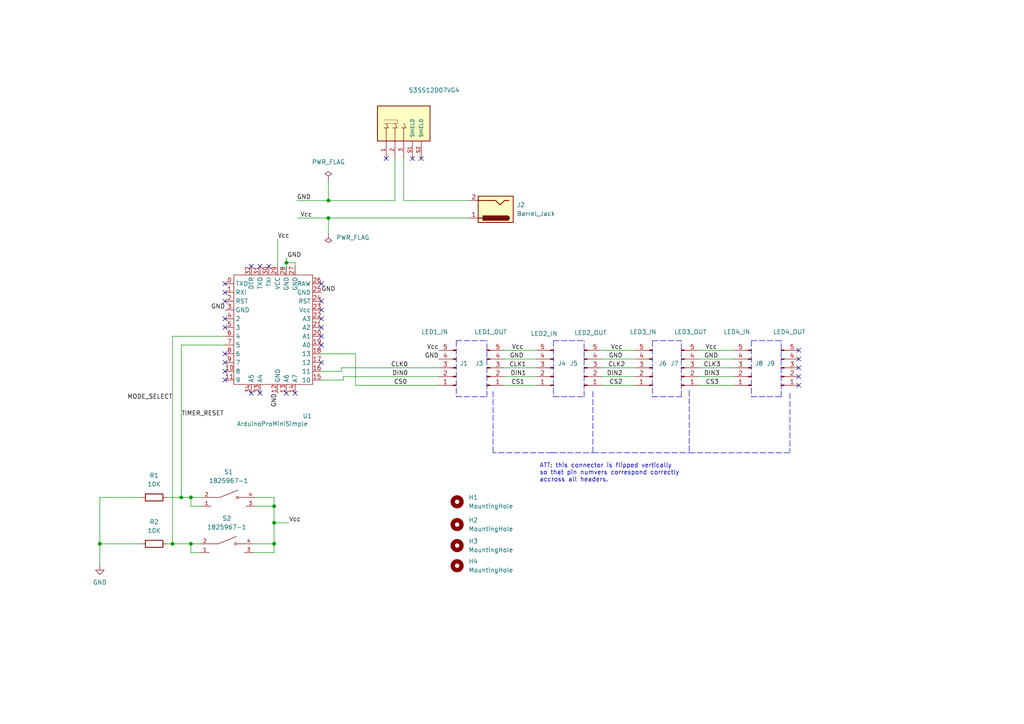
<source format=kicad_sch>
(kicad_sch (version 20210621) (generator eeschema)
  (paper "A4")
  (title_block (title "A 4x8x8 LED Matrix Display Clock") (date "2021-07-14") (rev "${design_version}"))
  (lib_symbols
    (symbol "ArduinoProMiniSimple:ArduinoProMiniSimple"
      (property "Reference" "U" (at 0 13.97 0))
      (property "Value" "ArduinoProMiniSimple" (at 0 16.51 0))
      (symbol "ArduinoProMiniSimple_0_1"
        (rectangle (start -12.7 8.89) (end 19.05 -13.97) (stroke (width 0.1524)))
      )
      (symbol "ArduinoProMiniSimple_1_1"
        (pin output line (at 16.51 11.43 270) (length 2.54) (name "TXO") (number "0"))
        (pin input line (at 13.97 11.43 270) (length 2.54) (name "RXI") (number "1"))
        (pin bidirectional line (at -8.89 11.43 270) (length 2.54) (name "8") (number "10"))
        (pin bidirectional line (at -11.43 11.43 270) (length 2.54) (name "9") (number "11"))
        (pin power_in line (at -15.24 -3.81 0) (length 2.54) (name "GND") (number "12"))
        (pin bidirectional line (at -15.24 -6.35 0) (length 2.54) (name "A6") (number "13"))
        (pin bidirectional line (at -15.24 -8.89 0) (length 2.54) (name "A7") (number "14"))
        (pin bidirectional line (at -11.43 -16.51 90) (length 2.54) (name "10") (number "15"))
        (pin bidirectional line (at -8.89 -16.51 90) (length 2.54) (name "11") (number "16"))
        (pin bidirectional line (at -6.35 -16.51 90) (length 2.54) (name "12") (number "17"))
        (pin bidirectional line (at -3.81 -16.51 90) (length 2.54) (name "13") (number "18"))
        (pin bidirectional line (at -1.27 -16.51 90) (length 2.54) (name "A0") (number "19"))
        (pin passive line (at 11.43 11.43 270) (length 2.54) (name "RST") (number "2"))
        (pin bidirectional line (at 1.27 -16.51 90) (length 2.54) (name "A1") (number "20"))
        (pin bidirectional line (at 3.81 -16.51 90) (length 2.54) (name "A2") (number "21"))
        (pin bidirectional line (at 6.35 -16.51 90) (length 2.54) (name "A3") (number "22"))
        (pin power_in line (at 8.89 -16.51 90) (length 2.54) (name "Vcc") (number "23"))
        (pin passive line (at 11.43 -16.51 90) (length 2.54) (name "RST") (number "24"))
        (pin power_in line (at 13.97 -16.51 90) (length 2.54) (name "GND") (number "25"))
        (pin power_in line (at 16.51 -16.51 90) (length 2.54) (name "RAW") (number "26"))
        (pin input line (at 21.59 -8.89 180) (length 2.54) (name "GND") (number "27"))
        (pin power_in line (at 21.59 -6.35 180) (length 2.54) (name "GND") (number "28"))
        (pin power_in line (at 21.59 -3.81 180) (length 2.54) (name "VCC") (number "29"))
        (pin power_in line (at 8.89 11.43 270) (length 2.54) (name "GND") (number "3"))
        (pin input line (at 21.59 -1.27 180) (length 2.54) (name "TXI") (number "30"))
        (pin output line (at 21.59 1.27 180) (length 2.54) (name "TXO") (number "31"))
        (pin passive line (at 21.59 3.81 180) (length 2.54) (name "DTR") (number "32"))
        (pin bidirectional line (at -15.24 1.27 0) (length 2.54) (name "A4") (number "33"))
        (pin bidirectional line (at -15.24 3.81 0) (length 2.54) (name "A5") (number "34"))
        (pin bidirectional line (at 6.35 11.43 270) (length 2.54) (name "2") (number "4"))
        (pin bidirectional line (at 3.81 11.43 270) (length 2.54) (name "3") (number "5"))
        (pin bidirectional line (at 1.27 11.43 270) (length 2.54) (name "4") (number "6"))
        (pin bidirectional line (at -1.27 11.43 270) (length 2.54) (name "5") (number "7"))
        (pin bidirectional line (at -3.81 11.43 270) (length 2.54) (name "6") (number "8"))
        (pin bidirectional line (at -6.35 11.43 270) (length 2.54) (name "7") (number "9"))
      )
    )
    (symbol "Connector:Barrel_Jack" (pin_names (offset 1.016))
      (property "Reference" "J" (at 0 5.334 0))
      (property "Value" "Barrel_Jack" (at 0 -5.08 0))
      (symbol "Barrel_Jack_0_1"
        (arc (start -3.302 3.175) (end -3.302 1.905) (radius (at -3.302 2.54) (length 0.635) (angles 90.1 -90.1)) (stroke (width 0.254)))
        (arc (start -3.302 3.175) (end -3.302 1.905) (radius (at -3.302 2.54) (length 0.635) (angles 90.1 -90.1)) (stroke (width 0.254)) (fill (type outline)))
        (rectangle (start 3.683 3.175) (end -3.302 1.905) (stroke (width 0.254)) (fill (type outline)))
        (rectangle (start -5.08 3.81) (end 5.08 -3.81) (stroke (width 0.254)) (fill (type background)))
        (polyline (pts (xy 5.08 2.54) (xy 3.81 2.54)) (stroke (width 0.254)))
        (polyline (pts (xy -3.81 -2.54) (xy -2.54 -2.54) (xy -1.27 -1.27) (xy 0 -2.54) (xy 2.54 -2.54) (xy 5.08 -2.54)) (stroke (width 0.254)))
      )
      (symbol "Barrel_Jack_1_1"
        (pin passive line (at 7.62 2.54 180) (length 2.54) (name "~") (number "1"))
        (pin passive line (at 7.62 -2.54 180) (length 2.54) (name "~") (number "2"))
      )
    )
    (symbol "Connector:Conn_01x05_Male" (pin_names (offset 1.016) hide)
      (property "Reference" "J" (at 0 7.62 0))
      (property "Value" "Conn_01x05_Male" (at 0 -7.62 0))
      (symbol "Conn_01x05_Male_1_1"
        (rectangle (start 0.8636 -4.953) (end 0 -5.207) (stroke (width 0.1524)) (fill (type outline)))
        (rectangle (start 0.8636 -2.413) (end 0 -2.667) (stroke (width 0.1524)) (fill (type outline)))
        (rectangle (start 0.8636 0.127) (end 0 -0.127) (stroke (width 0.1524)) (fill (type outline)))
        (rectangle (start 0.8636 2.667) (end 0 2.413) (stroke (width 0.1524)) (fill (type outline)))
        (rectangle (start 0.8636 5.207) (end 0 4.953) (stroke (width 0.1524)) (fill (type outline)))
        (polyline (pts (xy 1.27 -5.08) (xy 0.8636 -5.08)) (stroke (width 0.1524)))
        (polyline (pts (xy 1.27 -2.54) (xy 0.8636 -2.54)) (stroke (width 0.1524)))
        (polyline (pts (xy 1.27 0) (xy 0.8636 0)) (stroke (width 0.1524)))
        (polyline (pts (xy 1.27 2.54) (xy 0.8636 2.54)) (stroke (width 0.1524)))
        (polyline (pts (xy 1.27 5.08) (xy 0.8636 5.08)) (stroke (width 0.1524)))
        (pin passive line (at 5.08 5.08 180) (length 3.81) (name "Pin_1") (number "1"))
        (pin passive line (at 5.08 2.54 180) (length 3.81) (name "Pin_2") (number "2"))
        (pin passive line (at 5.08 0 180) (length 3.81) (name "Pin_3") (number "3"))
        (pin passive line (at 5.08 -2.54 180) (length 3.81) (name "Pin_4") (number "4"))
        (pin passive line (at 5.08 -5.08 180) (length 3.81) (name "Pin_5") (number "5"))
      )
    )
    (symbol "Device:R" (pin_numbers hide) (pin_names (offset 0))
      (property "Reference" "R" (at 2.032 0 90))
      (property "Value" "R" (at 0 0 90))
      (symbol "R_0_1"
        (rectangle (start -1.016 -2.54) (end 1.016 2.54) (stroke (width 0.254)))
      )
      (symbol "R_1_1"
        (pin passive line (at 0 3.81 270) (length 1.27) (name "~") (number "1"))
        (pin passive line (at 0 -3.81 90) (length 1.27) (name "~") (number "2"))
      )
    )
    (symbol "Mechanical:MountingHole" (pin_names (offset 1.016))
      (property "Reference" "H" (at 0 5.08 0))
      (property "Value" "MountingHole" (at 0 3.175 0))
      (symbol "MountingHole_0_1"
        (circle (center 0 0) (radius 1.27) (stroke (width 1.27)))
      )
    )
    (symbol "SS12D07VG4:SS12D07VG4" (pin_names (offset 1.016))
      (property "Reference" "S3" (at 9.652 -1.3969 90))
      (property "Value" "SS12D07VG4" (at 9.652 -3.9369 90))
      (symbol "SS12D07VG4_0_0"
        (rectangle (start -5.08 -7.62) (end 5.08 7.62) (stroke (width 0.254)) (fill (type background)))
        (polyline (pts (xy -5.08 0) (xy -1.27 0)) (stroke (width 0.1524)))
        (polyline (pts (xy -5.08 2.54) (xy -1.27 2.54)) (stroke (width 0.1524)))
        (polyline (pts (xy -5.08 5.08) (xy -1.27 5.08)) (stroke (width 0.1524)))
        (polyline (pts (xy -1.27 0.635) (xy -1.27 -0.635) (xy 0 0)) (stroke (width 0.1524)) (fill (type background)))
        (polyline (pts (xy -1.27 3.175) (xy -1.27 1.905) (xy 0 2.54)) (stroke (width 0.1524)) (fill (type background)))
        (polyline (pts (xy -1.27 5.715) (xy -1.27 4.445) (xy 0 5.08)) (stroke (width 0.1524)) (fill (type background)))
        (polyline (pts (xy 0 5.842) (xy 0 1.778) (xy 1.016 1.778) (xy 1.016 5.842)) (stroke (width 0.0254)) (fill (type background)))
        (pin passive line (at -10.16 5.08 0) (length 5.08) (name "~") (number "1"))
        (pin passive line (at -10.16 2.54 0) (length 5.08) (name "~") (number "2"))
        (pin passive line (at -10.16 0 0) (length 5.08) (name "~") (number "3"))
        (pin passive line (at -10.16 -2.54 0) (length 5.08) (name "SHIELD") (number "S1"))
        (pin passive line (at -10.16 -5.08 0) (length 5.08) (name "SHIELD") (number "S2"))
      )
    )
    (symbol "Switch Tactile OFF (ON) SPST Round Button:1825967-1_1" (pin_names (offset 1.016) hide)
      (property "Reference" "S1" (at 0 7.366 0))
      (property "Value" "1825967-1" (at 0 4.826 0))
      (symbol "1825967-1_1_0_0"
        (circle (center 2.54 0) (radius 0.3302) (stroke (width 0.1524)))
        (polyline (pts (xy -2.54 0) (xy -5.08 0)) (stroke (width 0.1524)))
        (polyline (pts (xy -2.54 0) (xy 2.794 2.1336)) (stroke (width 0.1524)))
        (polyline (pts (xy 5.08 0) (xy 2.921 0)) (stroke (width 0.1524)))
        (pin passive line (at -7.62 -2.54 0) (length 2.54) (name "~") (number "1"))
        (pin passive line (at -7.62 0 0) (length 2.54) (name "~") (number "2"))
        (pin passive line (at 7.62 -2.54 180) (length 2.54) (name "~") (number "3"))
        (pin passive line (at 7.62 0 180) (length 2.54) (name "~") (number "4"))
      )
    )
    (symbol "power:GND" (power) (pin_names (offset 0))
      (property "Value" "GND" (at 0 -3.81 0))
      (symbol "GND_0_1"
        (polyline (pts (xy 0 0) (xy 0 -1.27) (xy 1.27 -1.27) (xy 0 -2.54) (xy -1.27 -1.27) (xy 0 -1.27)))
      )
      (symbol "GND_1_1"
        (pin power_in line (at 0 0 270) (length 0) hide (name "GND") (number "1"))
      )
    )
    (symbol "power:PWR_FLAG" (power) (pin_numbers hide) (pin_names (offset 0) hide)
      (property "Value" "PWR_FLAG" (at 0 3.81 0))
      (symbol "PWR_FLAG_0_0"
        (pin power_out line (at 0 0 90) (length 0) (name "pwr") (number "1"))
      )
      (symbol "PWR_FLAG_0_1"
        (polyline (pts (xy 0 0) (xy 0 1.27) (xy -1.016 1.905) (xy 0 2.54) (xy 1.016 1.905) (xy 0 1.27)))
      )
    )
  )
  (junction (at 28.956 157.734) (diameter 0.9144))
  (junction (at 50.038 157.734) (diameter 0.9144))
  (junction (at 52.578 144.272) (diameter 0.9144))
  (junction (at 55.372 144.272) (diameter 0.9144))
  (junction (at 55.372 157.734) (diameter 0.9144))
  (junction (at 79.502 146.812) (diameter 0.9144))
  (junction (at 79.502 151.638) (diameter 0.9144))
  (junction (at 79.502 157.734) (diameter 0.9144))
  (junction (at 83.058 76.2) (diameter 0.9144))
  (junction (at 95.25 58.166) (diameter 0.9144))
  (junction (at 95.25 63.246) (diameter 0.9144))
  (no_connect (at 65.278 82.296))
  (no_connect (at 65.278 84.836))
  (no_connect (at 65.278 87.376))
  (no_connect (at 65.278 92.456))
  (no_connect (at 65.278 94.996))
  (no_connect (at 65.278 102.616))
  (no_connect (at 65.278 105.156))
  (no_connect (at 65.278 107.696))
  (no_connect (at 65.278 110.236))
  (no_connect (at 72.898 77.216))
  (no_connect (at 72.898 114.046))
  (no_connect (at 75.438 77.216))
  (no_connect (at 75.438 114.046))
  (no_connect (at 77.978 77.216))
  (no_connect (at 83.058 114.046))
  (no_connect (at 85.598 114.046))
  (no_connect (at 93.218 82.296))
  (no_connect (at 93.218 87.376))
  (no_connect (at 93.218 89.916))
  (no_connect (at 93.218 92.456))
  (no_connect (at 93.218 94.996))
  (no_connect (at 93.218 97.536))
  (no_connect (at 93.218 100.076))
  (no_connect (at 93.218 105.156))
  (no_connect (at 112.014 45.974))
  (no_connect (at 119.634 45.974))
  (no_connect (at 122.174 45.974))
  (no_connect (at 231.648 101.6))
  (no_connect (at 231.648 104.14))
  (no_connect (at 231.648 106.68))
  (no_connect (at 231.648 109.22))
  (no_connect (at 231.648 111.76))
  (wire (pts (xy 28.956 144.272) (xy 28.956 157.734)))
  (wire (pts (xy 28.956 157.734) (xy 28.956 164.084)))
  (wire (pts (xy 40.894 144.272) (xy 28.956 144.272)))
  (wire (pts (xy 40.894 157.734) (xy 28.956 157.734)))
  (wire (pts (xy 48.514 144.272) (xy 52.578 144.272)))
  (wire (pts (xy 48.514 157.734) (xy 50.038 157.734)))
  (wire (pts (xy 50.038 97.536) (xy 50.038 157.734)))
  (wire (pts (xy 50.038 157.734) (xy 55.372 157.734)))
  (wire (pts (xy 52.578 100.076) (xy 52.578 144.272)))
  (wire (pts (xy 52.578 144.272) (xy 55.372 144.272)))
  (wire (pts (xy 55.372 144.272) (xy 55.372 146.812)))
  (wire (pts (xy 55.372 144.272) (xy 58.674 144.272)))
  (wire (pts (xy 55.372 157.734) (xy 55.372 160.274)))
  (wire (pts (xy 55.372 157.734) (xy 58.166 157.734)))
  (wire (pts (xy 58.166 160.274) (xy 55.372 160.274)))
  (wire (pts (xy 58.674 146.812) (xy 55.372 146.812)))
  (wire (pts (xy 65.278 97.536) (xy 50.038 97.536)))
  (wire (pts (xy 65.278 100.076) (xy 52.578 100.076)))
  (wire (pts (xy 73.406 157.734) (xy 79.502 157.734)))
  (wire (pts (xy 73.406 160.274) (xy 79.502 160.274)))
  (wire (pts (xy 73.914 144.272) (xy 79.502 144.272)))
  (wire (pts (xy 73.914 146.812) (xy 79.502 146.812)))
  (wire (pts (xy 79.502 144.272) (xy 79.502 146.812)))
  (wire (pts (xy 79.502 146.812) (xy 79.502 151.638)))
  (wire (pts (xy 79.502 151.638) (xy 79.502 157.734)))
  (wire (pts (xy 79.502 151.638) (xy 83.82 151.638)))
  (wire (pts (xy 79.502 157.734) (xy 79.502 160.274)))
  (wire (pts (xy 80.518 69.342) (xy 80.518 77.216)))
  (wire (pts (xy 83.058 74.93) (xy 83.312 74.93)))
  (wire (pts (xy 83.058 76.2) (xy 83.058 74.93)))
  (wire (pts (xy 83.058 77.216) (xy 83.058 76.2)))
  (wire (pts (xy 85.598 76.2) (xy 83.058 76.2)))
  (wire (pts (xy 85.598 77.216) (xy 85.598 76.2)))
  (wire (pts (xy 86.106 58.166) (xy 95.25 58.166)))
  (wire (pts (xy 95.25 52.324) (xy 95.25 58.166)))
  (wire (pts (xy 95.25 58.166) (xy 114.554 58.166)))
  (wire (pts (xy 95.25 63.246) (xy 86.36 63.246)))
  (wire (pts (xy 95.25 63.246) (xy 95.25 67.818)))
  (wire (pts (xy 99.06 106.68) (xy 99.06 107.696)))
  (wire (pts (xy 99.06 107.696) (xy 93.218 107.696)))
  (wire (pts (xy 99.568 109.22) (xy 99.568 110.236)))
  (wire (pts (xy 99.568 110.236) (xy 93.218 110.236)))
  (wire (pts (xy 103.124 102.616) (xy 93.218 102.616)))
  (wire (pts (xy 103.124 111.76) (xy 103.124 102.616)))
  (wire (pts (xy 114.554 45.974) (xy 114.554 58.166)))
  (wire (pts (xy 117.094 45.974) (xy 117.094 58.166)))
  (wire (pts (xy 117.094 58.166) (xy 136.144 58.166)))
  (wire (pts (xy 127.254 106.68) (xy 99.06 106.68)))
  (wire (pts (xy 127.254 109.22) (xy 99.568 109.22)))
  (wire (pts (xy 127.254 111.76) (xy 103.124 111.76)))
  (wire (pts (xy 136.144 63.246) (xy 95.25 63.246)))
  (wire (pts (xy 146.304 101.6) (xy 155.448 101.6)))
  (wire (pts (xy 146.304 104.14) (xy 155.448 104.14)))
  (wire (pts (xy 146.304 106.68) (xy 155.448 106.68)))
  (wire (pts (xy 146.304 109.22) (xy 155.448 109.22)))
  (wire (pts (xy 146.304 111.76) (xy 155.448 111.76)))
  (wire (pts (xy 174.498 101.6) (xy 184.15 101.6)))
  (wire (pts (xy 174.498 104.14) (xy 184.15 104.14)))
  (wire (pts (xy 174.498 106.68) (xy 184.15 106.68)))
  (wire (pts (xy 174.498 109.22) (xy 184.15 109.22)))
  (wire (pts (xy 174.498 111.76) (xy 184.15 111.76)))
  (wire (pts (xy 202.692 101.6) (xy 212.852 101.6)))
  (wire (pts (xy 202.692 104.14) (xy 212.852 104.14)))
  (wire (pts (xy 202.692 106.68) (xy 212.852 106.68)))
  (wire (pts (xy 202.692 109.22) (xy 212.852 109.22)))
  (wire (pts (xy 202.692 111.76) (xy 212.852 111.76)))
  (polyline (pts (xy 132.334 98.806) (xy 132.334 115.062)) (stroke (width 0) (type dash)))
  (polyline (pts (xy 132.334 98.806) (xy 141.224 98.806)) (stroke (width 0) (type dash)))
  (polyline (pts (xy 132.334 115.062) (xy 141.224 115.062)) (stroke (width 0) (type dash)))
  (polyline (pts (xy 141.224 115.062) (xy 141.224 98.806)) (stroke (width 0) (type dash)))
  (polyline (pts (xy 143.002 113.538) (xy 143.002 131.318)) (stroke (width 0) (type dash)))
  (polyline (pts (xy 160.02 131.318) (xy 143.002 131.318)) (stroke (width 0) (type dash)))
  (polyline (pts (xy 160.02 131.318) (xy 171.958 131.318)) (stroke (width 0) (type dash)))
  (polyline (pts (xy 160.528 98.806) (xy 160.528 115.062)) (stroke (width 0) (type dash)))
  (polyline (pts (xy 160.528 98.806) (xy 169.418 98.806)) (stroke (width 0) (type dash)))
  (polyline (pts (xy 160.528 115.062) (xy 169.418 115.062)) (stroke (width 0) (type dash)))
  (polyline (pts (xy 169.418 115.062) (xy 169.418 98.806)) (stroke (width 0) (type dash)))
  (polyline (pts (xy 171.958 113.538) (xy 171.958 131.318)) (stroke (width 0) (type dash)))
  (polyline (pts (xy 171.958 131.318) (xy 199.898 131.318)) (stroke (width 0) (type dash)))
  (polyline (pts (xy 189.23 98.806) (xy 189.23 115.062)) (stroke (width 0) (type dash)))
  (polyline (pts (xy 189.23 98.806) (xy 197.612 98.806)) (stroke (width 0) (type dash)))
  (polyline (pts (xy 189.23 115.062) (xy 197.612 115.062)) (stroke (width 0) (type dash)))
  (polyline (pts (xy 197.612 115.062) (xy 197.612 98.806)) (stroke (width 0) (type dash)))
  (polyline (pts (xy 199.898 113.284) (xy 199.898 131.318)) (stroke (width 0) (type dash)))
  (polyline (pts (xy 199.898 131.318) (xy 229.108 131.318)) (stroke (width 0) (type dash)))
  (polyline (pts (xy 217.932 98.806) (xy 217.932 115.062)) (stroke (width 0) (type dash)))
  (polyline (pts (xy 217.932 98.806) (xy 226.568 98.806)) (stroke (width 0) (type dash)))
  (polyline (pts (xy 217.932 115.062) (xy 226.568 115.062)) (stroke (width 0) (type dash)))
  (polyline (pts (xy 226.568 115.062) (xy 226.568 98.806)) (stroke (width 0) (type dash)))
  (polyline (pts (xy 229.108 114.046) (xy 229.108 131.064)) (stroke (width 0) (type dash)))
  (text "ATT: this connector is flipped vertically \nso that pin numvers correspond correctly\naccross all headers." (at 156.464 139.954 0) (effects (font (size 1.27 1.27)) (justify left bottom)))
  (label "MODE_SELECT" (at 50.038 116.078 180))
  (label "TIMER_RESET" (at 52.578 120.904 0))
  (label "GND" (at 65.278 89.916 180))
  (label "Vcc" (at 80.518 69.342 0))
  (label "GND" (at 80.518 114.046 270))
  (label "GND" (at 83.312 74.93 0))
  (label "Vcc" (at 83.82 151.638 0))
  (label "GND" (at 86.106 58.166 0))
  (label "Vcc" (at 87.122 63.246 0))
  (label "GND" (at 93.218 84.836 0))
  (label "CS0" (at 118.11 111.76 180))
  (label "CLK0" (at 118.364 106.68 180))
  (label "DIN0" (at 118.364 109.22 180))
  (label "Vcc" (at 127.254 101.6 180))
  (label "GND" (at 127.254 104.14 180))
  (label "Vcc" (at 151.892 101.6 180))
  (label "GND" (at 151.892 104.14 180))
  (label "CS1" (at 152.146 111.76 180))
  (label "CLK1" (at 152.654 106.68 180))
  (label "DIN1" (at 152.654 109.22 180))
  (label "Vcc" (at 180.594 101.6 180))
  (label "GND" (at 180.594 104.14 180))
  (label "DIN2" (at 180.594 109.22 180))
  (label "CS2" (at 180.594 111.76 180))
  (label "CLK2" (at 181.356 106.68 180))
  (label "Vcc" (at 208.026 101.6 180))
  (label "GND" (at 208.28 104.14 180))
  (label "CS3" (at 208.534 111.76 180))
  (label "DIN3" (at 208.788 109.22 180))
  (label "CLK3" (at 209.042 106.68 180))
  (symbol (lib_id "power:PWR_FLAG") (at 95.25 52.324 0) (unit 1)
    (property "Reference" "#FLG01" (effects hide))
    (property "Value" "PWR_FLAG" (at 95.25 46.99 0))
  )
  (symbol (lib_id "power:PWR_FLAG") (at 95.25 67.818 180) (unit 1)
    (property "Reference" "#FLG02" (effects hide))
    (property "Value" "PWR_FLAG" (at 97.536 68.8974 0) (effects (justify right)))
  )
  (symbol (lib_id "power:GND") (at 28.956 164.084 0) (unit 1)
    (property "Reference" "#PWR01" (effects hide))
    (property "Value" "GND" (at 28.956 168.91 0))
  )
  (symbol (lib_id "Mechanical:MountingHole") (at 132.588 145.542 0) (unit 1)
    (property "Reference" "H1" (at 135.89 144.2719 0) (effects (justify left)))
    (property "Value" "MountingHole" (at 135.89 146.8119 0) (effects (justify left)))
    (property "Footprint" "MountingHole:MountingHole_2.5mm" (effects hide))
  )
  (symbol (lib_id "Mechanical:MountingHole") (at 132.588 152.146 0) (unit 1)
    (property "Reference" "H2" (at 135.89 150.8759 0) (effects (justify left)))
    (property "Value" "MountingHole" (at 135.89 153.4159 0) (effects (justify left)))
    (property "Footprint" "MountingHole:MountingHole_2.5mm" (effects hide))
  )
  (symbol (lib_id "Mechanical:MountingHole") (at 132.588 158.242 0) (unit 1)
    (property "Reference" "H3" (at 135.89 156.9719 0) (effects (justify left)))
    (property "Value" "MountingHole" (at 135.89 159.5119 0) (effects (justify left)))
    (property "Footprint" "MountingHole:MountingHole_2.5mm" (effects hide))
  )
  (symbol (lib_id "Mechanical:MountingHole") (at 132.588 164.084 0) (unit 1)
    (property "Reference" "H4" (at 135.89 162.8139 0) (effects (justify left)))
    (property "Value" "MountingHole" (at 135.89 165.3539 0) (effects (justify left)))
    (property "Footprint" "MountingHole:MountingHole_2.5mm" (effects hide))
  )
  (symbol (lib_id "Device:R") (at 44.704 144.272 90) (unit 1)
    (property "Reference" "R1" (at 44.704 137.922 90))
    (property "Value" "10K" (at 44.704 140.462 90))
    (property "Footprint" "Resistor_THT:R_Axial_DIN0204_L3.6mm_D1.6mm_P7.62mm_Horizontal" (effects hide))
  )
  (symbol (lib_id "Device:R") (at 44.704 157.734 90) (unit 1)
    (property "Reference" "R2" (at 44.704 151.384 90))
    (property "Value" "10K" (at 44.704 153.924 90))
    (property "Footprint" "Resistor_THT:R_Axial_DIN0204_L3.6mm_D1.6mm_P7.62mm_Horizontal" (effects hide))
  )
  (symbol (lib_id "Connector:Conn_01x05_Male") (at 132.334 106.68 180) (unit 1)
    (property "Reference" "J1" (at 133.35 105.4099 0) (effects (justify right)))
    (property "Value" "LED1_IN" (at 122.174 96.2659 0) (effects (justify right)))
    (property "Footprint" "Connector_PinHeader_2.54mm:PinHeader_1x05_P2.54mm_Vertical" (effects hide))
  )
  (symbol (lib_id "Connector:Conn_01x05_Male") (at 141.224 106.68 0) (mirror x) (unit 1)
    (property "Reference" "J3" (at 140.208 105.4099 0) (effects (justify right)))
    (property "Value" "LED1_OUT" (at 147.066 96.2659 0) (effects (justify right)))
    (property "Footprint" "Connector_PinHeader_2.54mm:PinHeader_1x05_P2.54mm_Vertical" (effects hide))
  )
  (symbol (lib_id "Connector:Conn_01x05_Male") (at 160.528 106.68 180) (unit 1)
    (property "Reference" "J4" (at 161.798 105.4099 0) (effects (justify right)))
    (property "Value" "LED2_IN" (at 153.924 96.7739 0) (effects (justify right)))
    (property "Footprint" "Connector_PinHeader_2.54mm:PinHeader_1x05_P2.54mm_Vertical" (effects hide))
  )
  (symbol (lib_id "Connector:Conn_01x05_Male") (at 169.418 106.68 0) (mirror x) (unit 1)
    (property "Reference" "J5" (at 167.64 105.4099 0) (effects (justify right)))
    (property "Value" "LED2_OUT" (at 176.022 96.5199 0) (effects (justify right)))
    (property "Footprint" "Connector_PinHeader_2.54mm:PinHeader_1x05_P2.54mm_Vertical" (effects hide))
  )
  (symbol (lib_id "Connector:Conn_01x05_Male") (at 189.23 106.68 180) (unit 1)
    (property "Reference" "J6" (at 191.008 105.4099 0) (effects (justify right)))
    (property "Value" "LED3_IN" (at 182.626 96.266 0) (effects (justify right)))
    (property "Footprint" "Connector_PinHeader_2.54mm:PinHeader_1x05_P2.54mm_Vertical" (effects hide))
  )
  (symbol (lib_id "Connector:Conn_01x05_Male") (at 197.612 106.68 0) (mirror x) (unit 1)
    (property "Reference" "J7" (at 196.85 105.4099 0) (effects (justify right)))
    (property "Value" "LED3_OUT" (at 204.978 96.266 0) (effects (justify right)))
    (property "Footprint" "Connector_PinHeader_2.54mm:PinHeader_1x05_P2.54mm_Vertical" (effects hide))
  )
  (symbol (lib_id "Connector:Conn_01x05_Male") (at 217.932 106.68 180) (unit 1)
    (property "Reference" "J8" (at 218.948 105.4099 0) (effects (justify right)))
    (property "Value" "LED4_IN" (at 209.804 96.266 0) (effects (justify right)))
    (property "Footprint" "Connector_PinHeader_2.54mm:PinHeader_1x05_P2.54mm_Vertical" (effects hide))
  )
  (symbol (lib_id "Connector:Conn_01x05_Male") (at 226.568 106.68 0) (mirror x) (unit 1)
    (property "Reference" "J9" (at 224.79 105.4099 0) (effects (justify right)))
    (property "Value" "LED4_OUT" (at 233.68 96.266 0) (effects (justify right)))
    (property "Footprint" "Connector_PinHeader_2.54mm:PinHeader_1x05_P2.54mm_Vertical" (effects hide))
  )
  (symbol (lib_name "Switch Tactile OFF (ON) SPST Round Button:1825967-1_1") (lib_id "Switch Tactile OFF (ON) SPST Round Button:1825967-1") (at 65.786 157.734 0) (unit 1)
    (property "Reference" "S2" (at 65.786 150.368 0))
    (property "Value" "1825967-1" (at 65.786 152.908 0))
    (property "Footprint" "1825967-1:SW_1825967-1" (effects hide))
    (property "Comment" "1825967-1" (effects hide))
  )
  (symbol (lib_name "Switch Tactile OFF (ON) SPST Round Button:1825967-1_1") (lib_id "Switch Tactile OFF (ON) SPST Round Button:1825967-1") (at 66.294 144.272 0) (unit 1)
    (property "Reference" "S1" (at 66.294 136.906 0))
    (property "Value" "1825967-1" (at 66.294 139.446 0))
    (property "Footprint" "1825967-1:SW_1825967-1" (effects hide))
    (property "Comment" "1825967-1" (effects hide))
  )
  (symbol (lib_id "Connector:Barrel_Jack") (at 143.764 60.706 180) (unit 1)
    (property "Reference" "J2" (at 149.86 59.4359 0) (effects (justify right)))
    (property "Value" "Barrel_Jack" (at 149.86 61.9759 0) (effects (justify right)))
    (property "Footprint" "Connector_BarrelJack:BarrelJack_Horizontal" (effects hide))
  )
  (symbol (lib_id "SS12D07VG4:SS12D07VG4") (at 117.094 35.814 90) (unit 1)
    (property "Reference" "S3" (at 118.4909 26.162 90) (effects (justify right)))
    (property "Value" "SS12D07VG4" (at 121.0309 26.162 90) (effects (justify right)))
    (property "Footprint" "SS12D07VG4:SW_SS12D07VG4" (effects hide))
    (property "STANDARD" "Manufacturer Recommendations" (effects hide))
    (property "MAXIMUM_PACKAGE_HEIGHT" "8.7mm" (effects hide))
    (property "MANUFACTURER" "Shouhan" (effects hide))
    (property "PARTREV" "1" (effects hide))
  )
  (symbol (lib_id "ArduinoProMiniSimple:ArduinoProMiniSimple") (at 76.708 98.806 90) (unit 1)
    (property "Reference" "U1" (at 89.154 120.65 90))
    (property "Value" "ArduinoProMiniSimple" (at 78.994 122.936 90))
    (property "Footprint" "DesktopLibrary:ArduinoProMiniCustom" (effects hide))
  )
)
</source>
